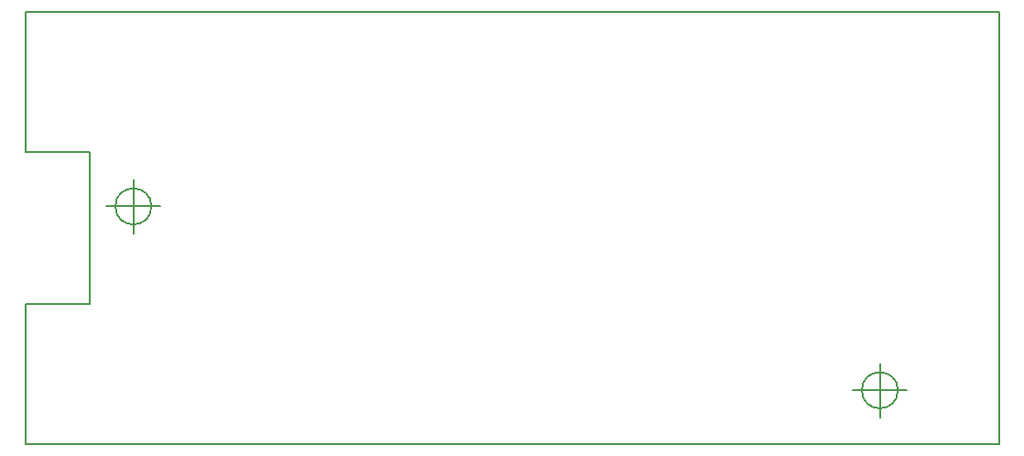
<source format=gko>
G04 #@! TF.GenerationSoftware,KiCad,Pcbnew,(5.1.0)-1*
G04 #@! TF.CreationDate,2020-04-13T11:23:52+02:00*
G04 #@! TF.ProjectId,objet_chambre,6f626a65-745f-4636-9861-6d6272652e6b,rev?*
G04 #@! TF.SameCoordinates,PX9fa1b90PY2b1e160*
G04 #@! TF.FileFunction,Profile,NP*
%FSLAX46Y46*%
G04 Gerber Fmt 4.6, Leading zero omitted, Abs format (unit mm)*
G04 Created by KiCad (PCBNEW (5.1.0)-1) date 2020-04-13 11:23:52*
%MOMM*%
%LPD*%
G04 APERTURE LIST*
%ADD10C,0.150000*%
G04 APERTURE END LIST*
D10*
X-12386000Y7212000D02*
X-12386000Y20212000D01*
X-6386000Y7212000D02*
X-12386000Y7212000D01*
X-6386000Y-6788000D02*
X-6386000Y7212000D01*
X-12386000Y-6788000D02*
X-6386000Y-6788000D01*
X-12386000Y-19788000D02*
X-12386000Y-6788000D01*
X77614000Y-19788000D02*
X-12386000Y-19788000D01*
X77614000Y20212000D02*
X77614000Y-19788000D01*
X-12386000Y20212000D02*
X77614000Y20212000D01*
X68280666Y-14788000D02*
G75*
G03X68280666Y-14788000I-1666666J0D01*
G01*
X64114000Y-14788000D02*
X69114000Y-14788000D01*
X66614000Y-12288000D02*
X66614000Y-17288000D01*
X-719334Y2212000D02*
G75*
G03X-719334Y2212000I-1666666J0D01*
G01*
X-4886000Y2212000D02*
X114000Y2212000D01*
X-2386000Y4712000D02*
X-2386000Y-288000D01*
M02*

</source>
